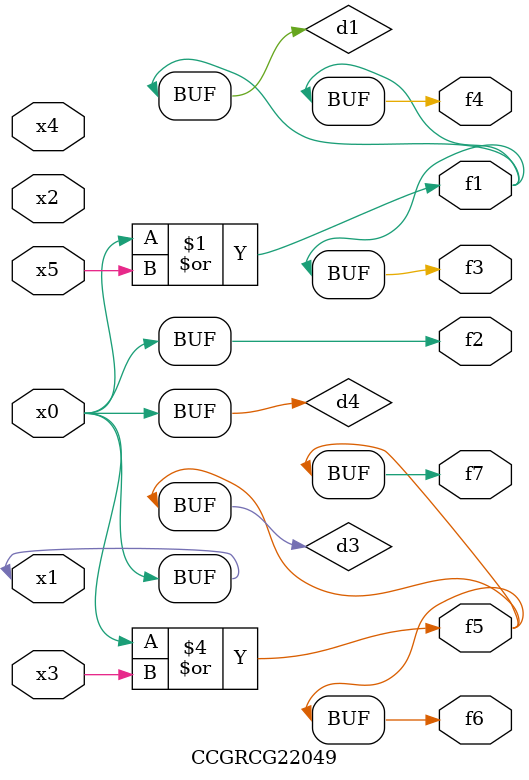
<source format=v>
module CCGRCG22049(
	input x0, x1, x2, x3, x4, x5,
	output f1, f2, f3, f4, f5, f6, f7
);

	wire d1, d2, d3, d4;

	or (d1, x0, x5);
	xnor (d2, x1, x4);
	or (d3, x0, x3);
	buf (d4, x0, x1);
	assign f1 = d1;
	assign f2 = d4;
	assign f3 = d1;
	assign f4 = d1;
	assign f5 = d3;
	assign f6 = d3;
	assign f7 = d3;
endmodule

</source>
